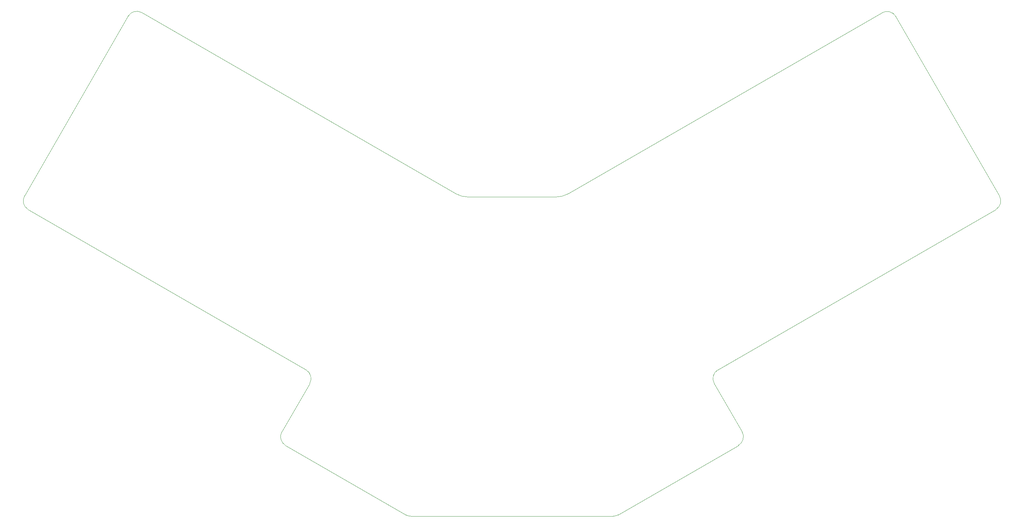
<source format=gbr>
%TF.GenerationSoftware,KiCad,Pcbnew,7.0.8*%
%TF.CreationDate,2023-12-03T22:10:46-05:00*%
%TF.ProjectId,4900_keeb_for_me,34393030-5f6b-4656-9562-5f666f725f6d,rev?*%
%TF.SameCoordinates,Original*%
%TF.FileFunction,Profile,NP*%
%FSLAX46Y46*%
G04 Gerber Fmt 4.6, Leading zero omitted, Abs format (unit mm)*
G04 Created by KiCad (PCBNEW 7.0.8) date 2023-12-03 22:10:46*
%MOMM*%
%LPD*%
G01*
G04 APERTURE LIST*
%TA.AperFunction,Profile*%
%ADD10C,0.100000*%
%TD*%
G04 APERTURE END LIST*
D10*
X205742045Y-142760608D02*
X175526229Y-160218481D01*
X122115164Y-160226457D02*
X91900746Y-142769577D01*
X245341508Y-34838423D02*
G75*
G03*
X241872075Y-33908304I-2199808J-1269777D01*
G01*
X97033860Y-123741286D02*
X27200691Y-83421927D01*
X97962607Y-127212630D02*
G75*
G03*
X97033860Y-123741286I-2198807J1271630D01*
G01*
X134604735Y-79402355D02*
G75*
G03*
X137778501Y-80253594I3175865J5498755D01*
G01*
X26269804Y-79954335D02*
X52285404Y-34794643D01*
X55756662Y-33863039D02*
X134604731Y-79402361D01*
X199687933Y-127193104D02*
X206671193Y-139291549D01*
X270452937Y-83422850D02*
G75*
G03*
X271383178Y-79953065I-1269537J2199950D01*
G01*
X90972678Y-139298625D02*
X97962586Y-127212618D01*
X90972705Y-139298641D02*
G75*
G03*
X91900746Y-142769576I2198695J-1271659D01*
G01*
X200618197Y-123723359D02*
G75*
G03*
X199687933Y-127193104I1269503J-2199941D01*
G01*
X270452924Y-83422828D02*
X200618215Y-123723390D01*
X55756657Y-33863047D02*
G75*
G03*
X52285404Y-34794643I-1270357J-2199453D01*
G01*
X174255930Y-160559179D02*
X123386249Y-160567149D01*
X174255930Y-160559197D02*
G75*
G03*
X175526229Y-160218480I-430J2539997D01*
G01*
X159853199Y-80260855D02*
G75*
G03*
X163029368Y-79410636I2001J6350255D01*
G01*
X122115175Y-160226438D02*
G75*
G03*
X123386249Y-160567149I1270625J2198938D01*
G01*
X163029368Y-79410637D02*
X241872075Y-33908304D01*
X205742049Y-142760616D02*
G75*
G03*
X206671192Y-139291549I-1270749J2199316D01*
G01*
X245341524Y-34838414D02*
X271383178Y-79953065D01*
X26269754Y-79954306D02*
G75*
G03*
X27200691Y-83421926I2200946J-1267894D01*
G01*
X137778501Y-80253594D02*
X159853199Y-80260846D01*
M02*

</source>
